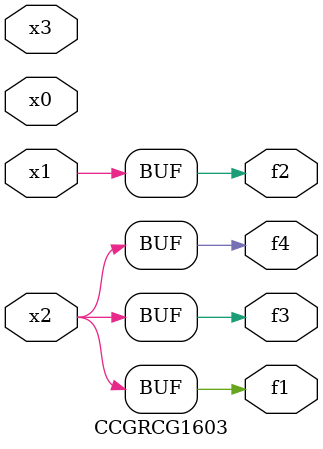
<source format=v>
module CCGRCG1603(
	input x0, x1, x2, x3,
	output f1, f2, f3, f4
);
	assign f1 = x2;
	assign f2 = x1;
	assign f3 = x2;
	assign f4 = x2;
endmodule

</source>
